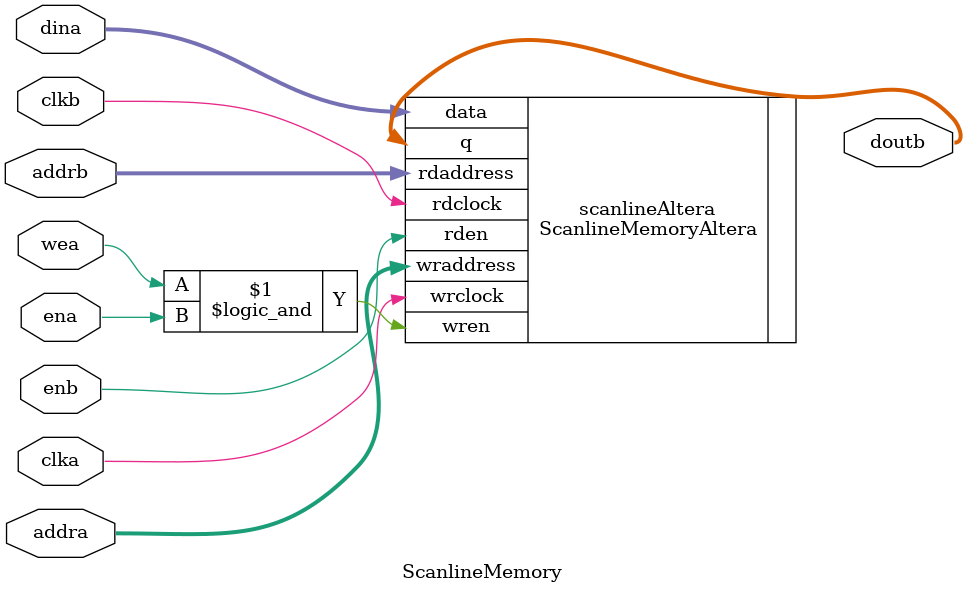
<source format=v>
`default_nettype none
`timescale 1ns / 1ps

module top(
	// 27 MHz clocks
	input [1:0]	CLOCK_27,
	
	// Yellow led
	output reg LED,
  
   // SDRAM interface
   inout [15:0]    SDRAM_DQ,       // SDRAM Data bus 16 Bits
   output [12:0]   SDRAM_A,        // SDRAM Address bus 13 Bits
   output          SDRAM_DQML,     // SDRAM Low-byte Data Mask
   output          SDRAM_DQMH,     // SDRAM High-byte Data Mask
   output          SDRAM_nWE,      // SDRAM Write Enable
   output          SDRAM_nCAS,     // SDRAM Column Address Strobe
   output          SDRAM_nRAS,     // SDRAM Row Address Strobe
   output          SDRAM_nCS,      // SDRAM Chip Select
   output [1:0]    SDRAM_BA,       // SDRAM Bank Address
   output          SDRAM_CLK,      // SDRAM Clock
   output          SDRAM_CKE,      // SDRAM Clock Enable

	// VGA
	output       VGA_HS,
	output       VGA_VS,
	output [5:0] VGA_R,
	output [5:0] VGA_G,
	output [5:0] VGA_B,
	
	// SPI
	inout	SPI_DO,
	input	SPI_DI,
	input	SPI_SCK,
	input	SPI_SS2,	// data_io
	input	SPI_SS3,	// OSD
	input	SPI_SS4,	// unused in this core
	input	CONF_DATA0,	// SPI_SS for user_io

	// AUDIO
	output AUDIO_L,
	output AUDIO_R,
	
	// UART
	output UART_TX,
	input  UART_RX
);

localparam CONF_STR = {
	"HC800;;",
	"S1U,VHD,Mount :v0;",
	"S0U,VHD,Mount :v1 (or whole SD);",
	"V,1.0"
};

wire doublescan_disable;

wire reset;

wire clk_locked;
wire clk_108M  /* synthesis noprune */;
wire clk_27M   /* synthesis noprune */;
wire clk_13_5M /* synthesis noprune */;
wire clk_6_75M /* synthesis noprune */;
wire clk_12k   /* synthesis noprune */;

assign SDRAM_CLK = clk_108M;
assign SDRAM_CKE = 1;

SystemClocks systemClocks(
	.areset(reset),
	.inclk0(CLOCK_27[0]),
	.c0(clk_108M),
	.c1(clk_27M),
	.c2(clk_13_5M),
	.c3(clk_6_75M),
	.locked(clk_locked));

Ps2Clock ps2Clock(
	.areset(1'b0),
	.inclk0(CLOCK_27[0]),
	.c0(clk_12k));

// Program uploader

wire uploading;
wire upload_clk;
wire upload_en;
wire [11:0] upload_a;
wire [7:0] upload_d;

/*
data_io DataIO(
	SPI_SCK,
	SPI_SS2,
	SPI_DI,
	
	uploading,
	upload_clk,
	upload_en,
	upload_a,
	upload_d
);
*/

// User IO handler

wire [1:0] buttons;
wire       kbd_ready;
wire       kbd_make;
wire       kbd_extend;
wire [7:0] kbd_data;
wire       no_csync;

wire [31:0] sd_lba;
wire  [1:0] sd_rd;
wire  [1:0] sd_wr;
wire        sd_ack;
wire        sd_ack_conf;
wire        sd_conf;
wire        sd_sdhc;
wire  [7:0] sd_dout;
wire        sd_dout_strobe;
wire  [7:0] sd_din;
wire        sd_din_strobe;
wire  [8:0] sd_buff_addr;
wire  [1:0] img_mounted;
wire [31:0] img_size;

user_io#(.STRLEN(7 + 18 + 32 + 5), .ROM_DIRECT_UPLOAD(0)) userIo(
	.clk_sys   (clk_13_5M),
	
	.SPI_CLK   (SPI_SCK),
	.SPI_SS_IO (CONF_DATA0),
	.SPI_MISO  (SPI_DO),
	.SPI_MOSI  (SPI_DI),

	.conf_str  (CONF_STR			),

//	.switches  (switches),
	.buttons   (buttons),
//	.joystick0 (joystick0),
//	.joystick1 (joystick1),

//	.status    (status),

	.key_strobe  (kbd_ready),
	.key_code    (kbd_data),
	.key_pressed (kbd_make),
	.key_extended(kbd_extend),
	
	.no_csync(no_csync),
	.scandoubler_disable(doublescan_disable),

	.clk_sd(clk_13_5M),
	.sd_lba(sd_lba),
	.sd_rd(sd_rd),
	.sd_wr(sd_wr),
	.sd_ack(sd_ack),
	.sd_ack_conf(sd_ack_conf),
	.sd_conf(sd_conf),
	.sd_sdhc(sd_sdhc),
	.sd_dout(sd_dout),
	.sd_dout_strobe(sd_dout_strobe),
	.sd_din(sd_din),
	.sd_din_strobe(sd_din_strobe),
	.sd_buff_addr(sd_buff_addr),

	.img_mounted(img_mounted[0]),
	.img_size(img_size)
);

// SD card

wire sd_cs0;
wire sd_cs1;
wire sd_conf0;
wire sd_conf1;
wire sd_sdhc0;
wire sd_sdhc1;
wire sd_do0;
wire sd_do1;
wire [31:0] sd_lba0;
wire [31:0] sd_lba1;
wire [7:0] sd_din0;
wire [7:0] sd_din1;

assign sd_conf = !sd_cs0 ? sd_conf0 : !sd_cs1 ? sd_conf1 : 0;
assign sd_sdhc = !sd_cs0 ? sd_sdhc0 : !sd_cs1 ? sd_sdhc1 : 0;
assign sd_do = !sd_cs0 ? sd_do0 : !sd_cs1 ? sd_do1 : 0;
assign sd_din = !sd_cs0 ? sd_din0 : !sd_cs1 ? sd_din1 : 0;
assign sd_lba = !sd_cs0 ? sd_lba0 : !sd_cs1 ? sd_lba1 : 0;

wire sd_clock;
wire sd_di;
wire sd_do;
wire sd_busy;

sd_card sdCard0(
	.clk_sys(clk_13_5M),

	 // link to user_io for io controller
	.sd_lba(sd_lba0),
	.sd_rd(sd_rd[0]),
	.sd_wr(sd_wr[0]),
	.sd_ack(sd_ack),
	.sd_ack_conf(sd_ack_conf),
	.sd_conf(sd_conf0),
	.sd_sdhc(sd_sdhc0),
	
	.sd_busy(sd_busy),
	
    // data coming in from io controller
	.sd_buff_dout(sd_dout),
	.sd_buff_wr(sd_dout_strobe),

	// data coming in from io controller
	.sd_buff_din(sd_din0),

	.sd_buff_addr(sd_buff_addr),

	// configuration input
	.allow_sdhc(1'b1),
	
	.sd_cs(sd_cs0),
	.sd_sck(sd_clock),
	.sd_sdi(sd_di),
	.sd_sdo(sd_do0)
);

sd_card sdCard1(
	.clk_sys(clk_13_5M),

	 // link to user_io for io controller
	.sd_lba(sd_lba1),
	.sd_rd(sd_rd[1]),
	.sd_wr(sd_wr[1]),
	.sd_ack(sd_ack),
	.sd_ack_conf(sd_ack_conf),
	.sd_conf(sd_conf1),
	.sd_sdhc(sd_sdhc1),
	
	.sd_busy(sd_busy),
	
    // data coming in from io controller
	.sd_buff_dout(sd_dout),
	.sd_buff_wr(sd_dout_strobe),

	// data coming in from io controller
	.sd_buff_din(sd_din1),

	.sd_buff_addr(sd_buff_addr),

	// configuration input
	.allow_sdhc(1'b1),
	
	.sd_cs(sd_cs1),
	.sd_sck(sd_clock),
	.sd_sdi(sd_di),
	.sd_sdo(sd_do1)
);

// Reset circuit

wire uploading_negedge;
util_negedge UploadingNegedge(clk_12k, 0, uploading, uploading_negedge);

wire button1_posedge;
util_posedge ButtonPosedge(clk_12k, 0, buttons[1], button1_posedge);

// Code for waiting for a button press (for debugging in SignalTap)
reg perma_res = 0;

always @(posedge clk_12k) begin
	if (button1_posedge) begin
		perma_res <= 1'b0;
	end
end

reg [4:0] res_count = 0;
reg res = 1;
assign reset = res || perma_res;

always @(posedge clk_12k) begin
	if (res) begin
		if (res_count[4]) begin
			res <= 1'b0;
			res_count <= 0;
		end else begin
			res_count <= res_count + 1'b1;
		end
	end else if (uploading_negedge || button1_posedge) begin
		res <= 1'b1;
	end
end


// OSD

wire [5:0] core_R;
wire [5:0] core_G;
wire [5:0] core_B;
wire core_hs;
wire core_vs;
wire osd_hs;
wire osd_vs;
wire clk_pixel = doublescan_disable ? clk_13_5M : clk_27M;

OSD osd(
	.pclk (clk_pixel),
	
	.sck (SPI_SCK),
	.ss  (SPI_SS3),
	.sdi (SPI_DI),
	
	.red_in   (core_R),
	.green_in (core_G),
	.blue_in  (core_B),
	.hs_in    (core_hs),
	.vs_in    (core_vs),

	.red_out   (VGA_R),
	.green_out (VGA_G),
	.blue_out  (VGA_B),
	.hs_out    (osd_hs),
	.vs_out    (osd_vs)
);

// Core

wire core_led;

//
// RAM
//


wire [20:0] ram_address;
wire ram_enable;
wire ram_write;
wire [ 7:0] ram_data_out;
wire [15:0] ram_data_in;
reg  [ 7:0] ram_data_in_bus_r;

always @(posedge clk_13_5M) begin
	ram_data_in_bus_r <= ram_enable ? ram_data_in[7:0] : 8'b0;
end


sdram SDRAM(
   // interface to the MT48LC16M16 chip
   .sd_data        ( SDRAM_DQ                  ),
   .sd_addr        ( SDRAM_A                   ),
   .sd_dqm         ( {SDRAM_DQMH, SDRAM_DQML}  ),
   .sd_cs          ( SDRAM_nCS                 ),
   .sd_ba          ( SDRAM_BA                  ),
   .sd_we          ( SDRAM_nWE                 ),
   .sd_ras         ( SDRAM_nRAS                ),
   .sd_cas         ( SDRAM_nCAS                ),

   // system interface
   .clk            ( clk_108M                  ),
   .clkref         ( clk_13_5M                 ),
   .init           ( reset                     ),

   // cpu interface
   .addr           ( ram_address               ),
   .din            ( {ram_data_out, ram_data_out} ),
   .we             ( ram_write && ram_enable   ),
   .oe             ( ram_enable                ),
   .ds             ( {ram_enable, ram_enable}  ),
   .dout           ( ram_data_in               )
);



//
// HC800
//

wire [4:0] red, green, blue;
wire hsync, vsync;

wire [4:0] dblRed, dblGreen, dblBlue;
wire dblHSync, dblVSync, dblBlank;

assign core_R[5:1] = doublescan_disable ? red : dblRed;
assign core_G[5:1] = doublescan_disable ? green : dblGreen;
assign core_B[5:1] = doublescan_disable ? blue : dblBlue;

assign core_hs = doublescan_disable ? hsync : dblHSync;
assign core_vs = doublescan_disable ? vsync : dblVSync;

wire hsync_n = !osd_hs;
wire vsync_n = !osd_vs;
wire csync_n = hsync_n & vsync_n;

assign VGA_HS = no_csync ? hsync_n : csync_n;
assign VGA_VS = no_csync ? vsync_n : 1'b1;


HC800 hc800(
	.dbl_clk(clk_27M),
	.dbl_reset(reset),
	.bus_clk(clk_13_5M),
	.bus_reset(reset),
	.cpu_clk(clk_6_75M),
	.cpu_reset(reset),

//	.io_seg(),
//	.io_an(),
//	.io_btn({!btn_reset_n_i,!btn_multiface_n_i,!btn_reset_n_i,!btn_divmmc_n_i,!btn_reset_n_i}),
	
	.io_red(red),
	.io_green(green),
	.io_blue(blue),
	.io_hsync(hsync),
	.io_vsync(vsync),
	
	.io_dblRed(dblRed),
	.io_dblGreen(dblGreen),
	.io_dblBlue(dblBlue),
	.io_dblHSync(dblHSync),
	.io_dblVSync(dblVSync),
	
	.io_txd(UART_TX),
	.io_rxd(UART_RX),
	
	.io_ps2Code(kbd_data),
	.io_ps2Make(kbd_make),
	.io_ps2Extend(kbd_extend),
	.io_ps2Strobe(kbd_ready),
	
	.io_ramBus_enable(ram_enable),
	.io_ramBus_write(ram_write),
	.io_ramBus_dataToMaster(ram_data_in_bus_r),
	.io_ramBus_dataFromMaster(ram_data_out),
	.io_ramBus_address(ram_address),
	
	.io_sd_cs({sd_cs0,sd_cs1}),
	.io_sd_clock(sd_clock),
	.io_sd_di(sd_di),
	.io_sd_do(sd_do)
);


always @(posedge clk_27M or posedge res)
	if (res)
		LED <= 1'b1;
	else if (core_led)
		LED <= 1'b0;


endmodule


module AttributeMemory (
	input				clka,
	input				ena,
	input				wea,
	input	 [11:0]	addra,
	input  [15:0]	dina,
	output [15:0]	douta,
	
	input				clkb,
	input				enb,
	input				web,
	input	 [12:0]	addrb,
	input  [7:0]	dinb,
	output [7:0]	doutb
);

AttributeMemoryAltera attrAltera(
	.clock(clka),

	.address_a(addra),
	.data_a(dina),
	.rden_a(ena),
	.wren_a(ena && wea),
	.q_a(douta),

	.address_b(addrb),
	.data_b(dinb),
	.rden_b(enb),
	.wren_b(enb && web),
	.q_b(doutb)
);

endmodule
 
 module PaletteMemory (
	input				clka,
	input				ena,
	input				wea,
	input	 [7:0]	addra,
	input  [15:0]	dina,
	output [15:0]	douta,
	
	input				clkb,
	input				enb,
	input				web,
	input	 [8:0]	addrb,
	input  [7:0]	dinb,
	output [7:0]	doutb
);

PaletteMemoryAltera paletteAltera(
	.clock(clka),
	
	.address_a(addra),
	.data_a(dina),
	.rden_a(ena),
	.wren_a(ena && wea),
	.q_a(douta),

	.address_b(addrb),
	.data_b(dinb),
	.rden_b(enb),
	.wren_b(enb && web),
	.q_b(doutb)
);

endmodule


module ScanlineMemory (
	input				clka,
	input				ena,
	input				wea,
	input	 [9:0]	addra,
	input  [14:0]	dina,
	
	input				clkb,
	input				enb,
	input	 [9:0]	addrb,
	output [14:0]	doutb
);

ScanlineMemoryAltera scanlineAltera(
	.wrclock(clka),
	.data(dina),
	.wraddress(addra),
	.wren(wea && ena),
	
	.rdclock(clkb),
	.rden(enb),
	.rdaddress(addrb),
	.q(doutb)
);


endmodule

 
</source>
